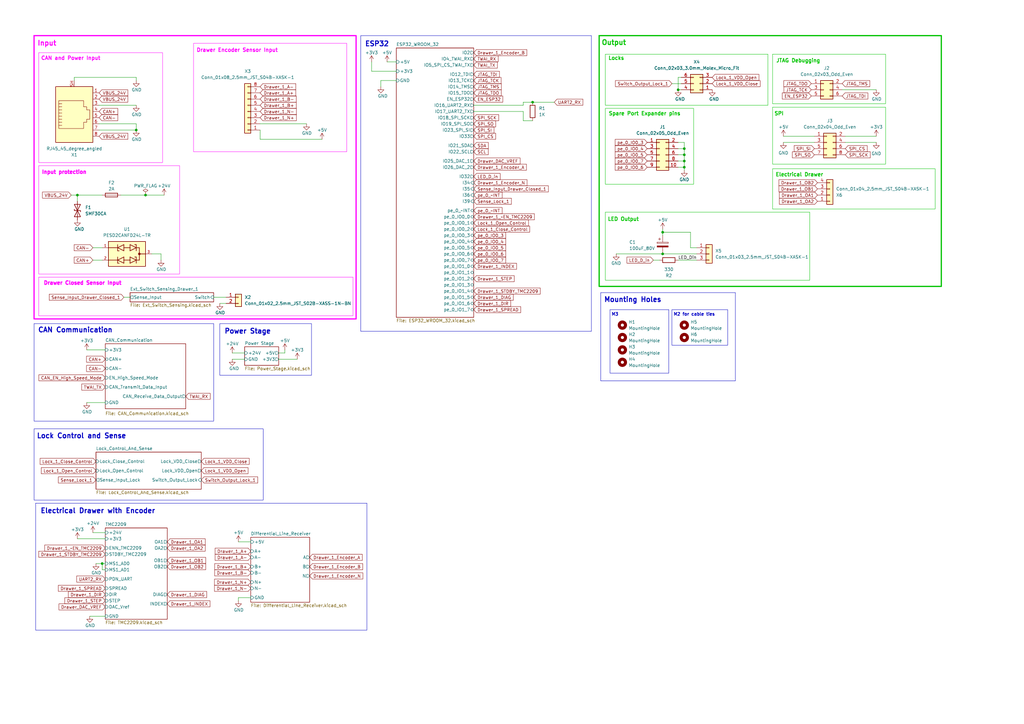
<source format=kicad_sch>
(kicad_sch (version 20231120) (generator "eeschema") (generator_version "8.0")
  (paper "A3")
  (junction (at 280.67 60.96))
  (junction (at 271.78 104.14))
  (junction (at 59.69 80.01))
  (junction (at 280.67 66.04))
  (junction (at 41.91 231.14))
  (junction (at 280.67 63.5))
  (junction (at 280.67 68.58))
  (junction (at 218.44 41.91))
  (junction (at 55.88 53.34))
  (junction (at 278.13 36.83))
  (junction (at 31.75 80.01))
  (junction (at 271.78 95.25))
  (wire (pts (xy 280.67 66.04) (xy 278.13 66.04)))
  (wire (pts (xy 280.67 58.42) (xy 278.13 58.42)))
  (wire (pts (xy 321.31 58.42) (xy 334.01 58.42)))
  (wire (pts (xy 87.63 121.92) (xy 92.71 121.92)))
  (wire (pts (xy 214.63 43.18) (xy 214.63 41.91)))
  (wire (pts (xy 30.48 33.02) (xy 30.48 31.75)))
  (wire (pts (xy 38.1 106.68) (xy 41.91 106.68)))
  (wire (pts (xy 97.79 245.11) (xy 97.79 246.38)))
  (wire (pts (xy 43.18 231.14) (xy 41.91 231.14)))
  (wire (pts (xy 66.04 104.14) (xy 66.04 106.68)))
  (wire (pts (xy 95.25 147.32) (xy 100.33 147.32)))
  (wire (pts (xy 106.68 57.15) (xy 106.68 53.34)))
  (wire (pts (xy 40.64 50.8) (xy 55.88 50.8)))
  (wire (pts (xy 62.23 104.14) (xy 66.04 104.14)))
  (wire (pts (xy 38.1 218.44) (xy 43.18 218.44)))
  (wire (pts (xy 152.4 29.21) (xy 162.56 29.21)))
  (wire (pts (xy 31.75 80.01) (xy 41.91 80.01)))
  (wire (pts (xy 67.31 80.01) (xy 59.69 80.01)))
  (wire (pts (xy 43.18 252.73) (xy 36.83 252.73)))
  (wire (pts (xy 346.71 55.88) (xy 359.41 55.88)))
  (wire (pts (xy 280.67 69.85) (xy 280.67 68.58)))
  (wire (pts (xy 40.64 53.34) (xy 55.88 53.34)))
  (wire (pts (xy 271.78 93.98) (xy 271.78 95.25)))
  (wire (pts (xy 279.4 31.75) (xy 278.13 31.75)))
  (wire (pts (xy 55.88 50.8) (xy 55.88 53.34)))
  (wire (pts (xy 158.75 25.4) (xy 162.56 25.4)))
  (wire (pts (xy 31.75 220.98) (xy 43.18 220.98)))
  (wire (pts (xy 50.8 121.92) (xy 53.34 121.92)))
  (wire (pts (xy 30.48 31.75) (xy 55.88 31.75)))
  (wire (pts (xy 271.78 104.14) (xy 285.75 104.14)))
  (wire (pts (xy 38.1 101.6) (xy 41.91 101.6)))
  (wire (pts (xy 278.13 68.58) (xy 280.67 68.58)))
  (wire (pts (xy 345.44 36.83) (xy 359.41 36.83)))
  (wire (pts (xy 31.75 80.01) (xy 31.75 82.55)))
  (wire (pts (xy 102.87 245.11) (xy 97.79 245.11)))
  (wire (pts (xy 39.37 231.14) (xy 41.91 231.14)))
  (wire (pts (xy 283.21 95.25) (xy 283.21 101.6)))
  (wire (pts (xy 271.78 95.25) (xy 283.21 95.25)))
  (wire (pts (xy 275.59 34.29) (xy 279.4 34.29)))
  (wire (pts (xy 271.78 95.25) (xy 271.78 96.52)))
  (wire (pts (xy 35.56 143.51) (xy 43.18 143.51)))
  (wire (pts (xy 252.73 104.14) (xy 271.78 104.14)))
  (wire (pts (xy 114.3 144.78) (xy 116.84 144.78)))
  (wire (pts (xy 116.84 144.78) (xy 116.84 143.51)))
  (wire (pts (xy 40.64 43.18) (xy 55.88 43.18)))
  (wire (pts (xy 156.21 33.02) (xy 156.21 35.56)))
  (wire (pts (xy 90.17 124.46) (xy 92.71 124.46)))
  (wire (pts (xy 194.31 45.72) (xy 214.63 45.72)))
  (wire (pts (xy 41.91 231.14) (xy 41.91 233.68)))
  (wire (pts (xy 267.97 106.68) (xy 270.51 106.68)))
  (wire (pts (xy 97.79 222.25) (xy 102.87 222.25)))
  (wire (pts (xy 278.13 106.68) (xy 285.75 106.68)))
  (wire (pts (xy 214.63 49.53) (xy 218.44 49.53)))
  (wire (pts (xy 278.13 36.83) (xy 279.4 36.83)))
  (wire (pts (xy 280.67 68.58) (xy 280.67 66.04)))
  (wire (pts (xy 346.71 58.42) (xy 359.41 58.42)))
  (wire (pts (xy 35.56 165.1) (xy 43.18 165.1)))
  (wire (pts (xy 49.53 80.01) (xy 59.69 80.01)))
  (wire (pts (xy 214.63 45.72) (xy 214.63 49.53)))
  (wire (pts (xy 152.4 25.4) (xy 152.4 29.21)))
  (wire (pts (xy 280.67 66.04) (xy 280.67 63.5)))
  (wire (pts (xy 214.63 41.91) (xy 218.44 41.91)))
  (wire (pts (xy 55.88 31.75) (xy 55.88 33.02)))
  (wire (pts (xy 114.3 147.32) (xy 121.92 147.32)))
  (wire (pts (xy 41.91 233.68) (xy 43.18 233.68)))
  (wire (pts (xy 280.67 60.96) (xy 280.67 58.42)))
  (wire (pts (xy 95.25 144.78) (xy 100.33 144.78)))
  (wire (pts (xy 278.13 60.96) (xy 280.67 60.96)))
  (wire (pts (xy 218.44 41.91) (xy 227.33 41.91)))
  (wire (pts (xy 29.21 80.01) (xy 31.75 80.01)))
  (wire (pts (xy 162.56 33.02) (xy 156.21 33.02)))
  (wire (pts (xy 106.68 57.15) (xy 132.08 57.15)))
  (wire (pts (xy 280.67 63.5) (xy 280.67 60.96)))
  (wire (pts (xy 283.21 101.6) (xy 285.75 101.6)))
  (wire (pts (xy 278.13 31.75) (xy 278.13 36.83)))
  (wire (pts (xy 280.67 63.5) (xy 278.13 63.5)))
  (wire (pts (xy 321.31 55.88) (xy 334.01 55.88)))
  (wire (pts (xy 106.68 50.8) (xy 125.73 50.8)))
  (wire (pts (xy 194.31 43.18) (xy 214.63 43.18)))
  (rectangle (start 13.97 14.605) (end 146.05 130.81) (stroke (width 0.5) (color 255 0 255 1)))
  (rectangle (start 248.285 44.45) (end 284.48 75.565) (stroke (width 0) (color 0 194 0 1)))
  (rectangle (start 13.97 175.895) (end 107.95 205.105))
  (rectangle (start 245.745 14.605) (end 386.08 117.475) (stroke (width 0.5) (color 0 194 0 1)))
  (rectangle (start 248.285 86.995) (end 332.105 114.935) (stroke (width 0) (color 0 194 0 1)))
  (rectangle (start 147.955 14.605) (end 242.57 135.89))
  (rectangle (start 15.875 67.945) (end 73.66 112.395) (stroke (width 0) (color 255 0 255 1)))
  (rectangle (start 15.875 21.59) (end 66.675 66.675) (stroke (width 0) (color 255 0 255 1)))
  (rectangle (start 79.375 17.78) (end 142.24 62.23) (stroke (width 0) (color 255 0 255 1)))
  (rectangle (start 250.19 127) (end 274.32 153.035))
  (rectangle (start 316.865 43.942) (end 363.22 67.31) (stroke (width 0) (color 0 194 0 1)))
  (rectangle (start 90.17 132.715) (end 127.762 153.924))
  (rectangle (start 13.97 132.715) (end 87.63 172.72))
  (rectangle (start 246.38 120.015) (end 301.625 156.21))
  (rectangle (start 248.285 22.225) (end 314.96 43.18) (stroke (width 0) (color 0 194 0 1)))
  (rectangle (start 15.875 113.665) (end 144.78 129.54) (stroke (width 0) (color 255 0 255 1)))
  (rectangle (start 316.865 69.215) (end 383.54 85.725) (stroke (width 0) (color 0 194 0 1)))
  (rectangle (start 275.59 127) (end 298.45 141.605))
  (rectangle (start 316.865 22.225) (end 363.22 42.545) (stroke (width 0) (color 0 194 0 1)))
  (rectangle (start 14.605 206.375) (end 150.495 258.445))
  (text "Lock Control and Sense" (at 14.986 180.086 0) (effects (font (size 2 2) (thickness 0.4) (bold yes)) (justify left bottom)))
  (text "Locks" (at 249.428 24.892 0) (effects (font (size 1.5 1.5) (bold yes)) (justify left bottom)))
  (text "Electrical Drawer" (at 318.008 72.644 0) (effects (font (size 1.5 1.5) (bold yes)) (justify left bottom)))
  (text "JTAG Debugging" (at 318.262 25.908 0) (effects (font (size 1.5 1.5) (bold yes)) (justify left bottom)))
  (text "CAN and Power Input" (at 16.764 24.892 0) (effects (font (size 1.5 1.5) (bold yes)) (justify left bottom)))
  (text "Output" (at 246.634 18.796 0) (effects (font (size 2 2) (thickness 0.4) (bold yes)) (justify left bottom)))
  (text "Electrical Drawer with Encoder" (at 16.51 210.82 0) (effects (font (size 2 2) (thickness 0.4) (bold yes)) (justify left bottom)))
  (text "Input\n" (at 15.24 19.05 0) (effects (font (size 2 2) (thickness 0.4) (bold yes)) (justify left bottom)))
  (text "LED Output" (at 249.174 90.932 0) (effects (font (size 1.5 1.5) (bold yes)) (justify left bottom)))
  (text "CAN Communication\n" (at 15.494 136.652 0) (effects (font (size 2 2) (thickness 0.4) (bold yes)) (justify left bottom)))
  (text "Input protection\n" (at 17.018 71.628 0) (effects (font (size 1.5 1.5) (thickness 0.4) (bold yes)) (justify left bottom)))
  (text "ESP32" (at 149.606 19.304 0) (effects (font (size 2 2) (thickness 0.4) (bold yes)) (justify left bottom)))
  (text "Drawer Encoder Sensor Input" (at 80.518 21.59 0) (effects (font (size 1.5 1.5) (bold yes)) (justify left bottom)))
  (text "SPI" (at 317.5 47.625 0) (effects (font (size 1.5 1.5) (bold yes)) (justify left bottom)))
  (text "M3" (at 252.222 129.032 0) (effects (font (size 1.27 1.27) (thickness 0.254) (bold yes))))
  (text "Mounting Holes" (at 247.65 124.206 0) (effects (font (size 2 2) (thickness 0.4) (bold yes)) (justify left bottom)))
  (text "Power Stage" (at 91.948 137.16 0) (effects (font (size 2 2) (thickness 0.4) (bold yes)) (justify left bottom)))
  (text "Spare Port Expander pins" (at 249.555 47.625 0) (effects (font (size 1.5 1.5) (bold yes)) (justify left bottom)))
  (text "M2 for cable ties" (at 284.734 129.032 0) (effects (font (size 1.27 1.27) (thickness 0.254) (bold yes))))
  (text "Drawer Closed Sensor Input" (at 17.78 117.094 0) (effects (font (size 1.5 1.5) (thickness 0.4) (bold yes)) (justify left bottom)))
  (label "LED_Din" (at 278.13 106.68 0))
  (global_label "Drawer_1_Encoder_N" (shape input) (at 127 236.22 0) (property "Intersheetrefs" "${INTERSHEET_REFS}" (effects (hide yes))))
  (global_label "Drawer_1_~EN_TMC2209" (shape input) (at 194.31 88.9 0) (property "Intersheetrefs" "${INTERSHEET_REFS}" (effects (hide yes))))
  (global_label "Drawer_1_B+" (shape input) (at 102.87 232.41 180) (property "Intersheetrefs" "${INTERSHEET_REFS}" (effects (hide yes))))
  (global_label "pe_0_IO0_4" (shape input) (at 265.43 60.96 180) (property "Intersheetrefs" "${INTERSHEET_REFS}" (effects (hide yes))))
  (global_label "JTAG_TCK" (shape input) (at 194.31 33.02 0) (property "Intersheetrefs" "${INTERSHEET_REFS}" (effects (hide yes))))
  (global_label "Drawer_1_B+" (shape input) (at 106.68 43.18 0) (property "Intersheetrefs" "${INTERSHEET_REFS}" (effects (hide yes))))
  (global_label "Drawer_1_Encoder_A" (shape input) (at 194.31 68.58 0) (property "Intersheetrefs" "${INTERSHEET_REFS}" (effects (hide yes))))
  (global_label "EN_ESP32" (shape input) (at 194.31 40.64 0) (property "Intersheetrefs" "${INTERSHEET_REFS}" (effects (hide yes))))
  (global_label "SDA" (shape input) (at 194.31 59.69 0) (property "Intersheetrefs" "${INTERSHEET_REFS}" (effects (hide yes))))
  (global_label "pe_0_IO0_7" (shape input) (at 194.31 106.68 0) (property "Intersheetrefs" "${INTERSHEET_REFS}" (effects (hide yes))))
  (global_label "Drawer_DAC_VREF" (shape input) (at 194.31 66.04 0) (property "Intersheetrefs" "${INTERSHEET_REFS}" (effects (hide yes))))
  (global_label "Drawer_1_INDEX" (shape input) (at 68.58 247.65 0) (property "Intersheetrefs" "${INTERSHEET_REFS}" (effects (hide yes))))
  (global_label "Lock_1_Close_Control" (shape input) (at 39.37 189.23 180) (property "Intersheetrefs" "${INTERSHEET_REFS}" (effects (hide yes))))
  (global_label "Drawer_1_Encoder_N" (shape input) (at 194.31 74.93 0) (property "Intersheetrefs" "${INTERSHEET_REFS}" (effects (hide yes))))
  (global_label "JTAG_TDI" (shape input) (at 345.44 39.37 0) (property "Intersheetrefs" "${INTERSHEET_REFS}" (effects (hide yes))))
  (global_label "Drawer_1_STEP" (shape input) (at 194.31 114.3 0) (property "Intersheetrefs" "${INTERSHEET_REFS}" (effects (hide yes))))
  (global_label "Drawer_1_STDBY_TMC2209" (shape input) (at 194.31 119.38 0) (property "Intersheetrefs" "${INTERSHEET_REFS}" (effects (hide yes))))
  (global_label "Drawer_1_N-" (shape input) (at 106.68 45.72 0) (property "Intersheetrefs" "${INTERSHEET_REFS}" (effects (hide yes))))
  (global_label "pe_0_~INT" (shape input) (at 194.31 86.36 0) (property "Intersheetrefs" "${INTERSHEET_REFS}" (effects (hide yes))))
  (global_label "UART2_RX" (shape input) (at 227.33 41.91 0) (property "Intersheetrefs" "${INTERSHEET_REFS}" (effects (hide yes))))
  (global_label "Drawer_1_N+" (shape input) (at 102.87 238.76 180) (property "Intersheetrefs" "${INTERSHEET_REFS}" (effects (hide yes))))
  (global_label "JTAG_TDO" (shape input) (at 194.31 38.1 0) (property "Intersheetrefs" "${INTERSHEET_REFS}" (effects (hide yes))))
  (global_label "Drawer_1_Encoder_B" (shape input) (at 194.31 21.59 0) (property "Intersheetrefs" "${INTERSHEET_REFS}" (effects (hide yes))))
  (global_label "Lock_1_VDD_Close" (shape input) (at 292.1 34.29 0) (property "Intersheetrefs" "${INTERSHEET_REFS}" (effects (hide yes))))
  (global_label "Lock_1_VDD_Close" (shape input) (at 82.55 189.23 0) (property "Intersheetrefs" "${INTERSHEET_REFS}" (effects (hide yes))))
  (global_label "Lock_1_Open_Control" (shape input) (at 39.37 193.04 180) (property "Intersheetrefs" "${INTERSHEET_REFS}" (effects (hide yes))))
  (global_label "SPI_SI" (shape input) (at 334.01 60.96 180) (property "Intersheetrefs" "${INTERSHEET_REFS}" (effects (hide yes))))
  (global_label "Drawer_1_STEP" (shape input) (at 43.18 246.38 180) (property "Intersheetrefs" "${INTERSHEET_REFS}" (effects (hide yes))))
  (global_label "Drawer_1_OB2" (shape input) (at 68.58 232.41 0) (property "Intersheetrefs" "${INTERSHEET_REFS}" (effects (hide yes))))
  (global_label "SCL" (shape input) (at 194.31 62.23 0) (property "Intersheetrefs" "${INTERSHEET_REFS}" (effects (hide yes))))
  (global_label "CAN-" (shape input) (at 38.1 101.6 180) (property "Intersheetrefs" "${INTERSHEET_REFS}" (effects (hide yes))))
  (global_label "Drawer_1_Encoder_B" (shape input) (at 127 232.41 0) (property "Intersheetrefs" "${INTERSHEET_REFS}" (effects (hide yes))))
  (global_label "Switch_Output_Lock_1" (shape input) (at 82.55 196.85 0) (property "Intersheetrefs" "${INTERSHEET_REFS}" (effects (hide yes))))
  (global_label "Drawer_1_OB1" (shape input) (at 68.58 229.87 0) (property "Intersheetrefs" "${INTERSHEET_REFS}" (effects (hide yes))))
  (global_label "Drawer_1_STDBY_TMC2209" (shape input) (at 43.18 227.33 180) (property "Intersheetrefs" "${INTERSHEET_REFS}" (effects (hide yes))))
  (global_label "Lock_1_VDD_Open" (shape input) (at 82.55 193.04 0) (property "Intersheetrefs" "${INTERSHEET_REFS}" (effects (hide yes))))
  (global_label "pe_0_IO0_6" (shape input) (at 265.43 68.58 180) (property "Intersheetrefs" "${INTERSHEET_REFS}" (effects (hide yes))))
  (global_label "JTAG_TMS" (shape input) (at 194.31 35.56 0) (property "Intersheetrefs" "${INTERSHEET_REFS}" (effects (hide yes))))
  (global_label "Drawer_DAC_VREF" (shape input) (at 43.18 248.92 180) (property "Intersheetrefs" "${INTERSHEET_REFS}" (effects (hide yes))))
  (global_label "VBUS_24V" (shape input) (at 29.21 80.01 180) (property "Intersheetrefs" "${INTERSHEET_REFS}" (effects (hide yes))))
  (global_label "Sense_Input_Drawer_Closed_1" (shape input) (at 50.8 121.92 180) (property "Intersheetrefs" "${INTERSHEET_REFS}" (effects (hide yes))))
  (global_label "Drawer_1_OB2" (shape input) (at 335.28 74.93 180) (property "Intersheetrefs" "${INTERSHEET_REFS}" (effects (hide yes))))
  (global_label "SPI_SO" (shape input) (at 194.31 50.8 0) (property "Intersheetrefs" "${INTERSHEET_REFS}" (effects (hide yes))))
  (global_label "pe_0_IO0_7" (shape input) (at 265.43 66.04 180) (property "Intersheetrefs" "${INTERSHEET_REFS}" (effects (hide yes))))
  (global_label "CAN-" (shape input) (at 40.64 48.26 0) (property "Intersheetrefs" "${INTERSHEET_REFS}" (effects (hide yes))))
  (global_label "Drawer_1_N-" (shape input) (at 102.87 241.3 180) (property "Intersheetrefs" "${INTERSHEET_REFS}" (effects (hide yes))))
  (global_label "Drawer_1_~EN_TMC2209" (shape input) (at 43.18 224.79 180) (property "Intersheetrefs" "${INTERSHEET_REFS}" (effects (hide yes))))
  (global_label "SPI_CS" (shape input) (at 346.71 60.96 0) (property "Intersheetrefs" "${INTERSHEET_REFS}" (effects (hide yes))))
  (global_label "pe_0_~INT" (shape input) (at 194.31 80.01 0) (property "Intersheetrefs" "${INTERSHEET_REFS}" (effects (hide yes))))
  (global_label "Drawer_1_DIAG" (shape input) (at 68.58 243.84 0) (property "Intersheetrefs" "${INTERSHEET_REFS}" (effects (hide yes))))
  (global_label "Drawer_1_A-" (shape input) (at 106.68 35.56 0) (property "Intersheetrefs" "${INTERSHEET_REFS}" (effects (hide yes))))
  (global_label "EN_ESP32" (shape input) (at 332.74 39.37 180) (property "Intersheetrefs" "${INTERSHEET_REFS}" (effects (hide yes))))
  (global_label "JTAG_TCK" (shape input) (at 332.74 36.83 180) (property "Intersheetrefs" "${INTERSHEET_REFS}" (effects (hide yes))))
  (global_label "LED_D_in" (shape input) (at 194.31 72.39 0) (property "Intersheetrefs" "${INTERSHEET_REFS}" (effects (hide yes))))
  (global_label "Drawer_1_OA1" (shape input) (at 68.58 222.25 0) (property "Intersheetrefs" "${INTERSHEET_REFS}" (effects (hide yes))))
  (global_label "VBUS_24V" (shape input) (at 40.64 38.1 0) (property "Intersheetrefs" "${INTERSHEET_REFS}" (effects (hide yes))))
  (global_label "pe_0_IO0_6" (shape input) (at 194.31 104.14 0) (property "Intersheetrefs" "${INTERSHEET_REFS}" (effects (hide yes))))
  (global_label "CAN+" (shape input) (at 38.1 106.68 180) (property "Intersheetrefs" "${INTERSHEET_REFS}" (effects (hide yes))))
  (global_label "TWAI_TX" (shape input) (at 43.18 158.75 180) (property "Intersheetrefs" "${INTERSHEET_REFS}" (effects (hide yes))))
  (global_label "CAN+" (shape input) (at 43.18 147.32 180) (property "Intersheetrefs" "${INTERSHEET_REFS}" (effects (hide yes))))
  (global_label "Drawer_1_DIR" (shape input) (at 194.31 124.46 0) (property "Intersheetrefs" "${INTERSHEET_REFS}" (effects (hide yes))))
  (global_label "pe_0_IO0_5" (shape input) (at 194.31 101.6 0) (property "Intersheetrefs" "${INTERSHEET_REFS}" (effects (hide yes))))
  (global_label "VBUS_24V" (shape input) (at 40.64 55.88 0) (property "Intersheetrefs" "${INTERSHEET_REFS}" (effects (hide yes))))
  (global_label "Drawer_1_A-" (shape input) (at 102.87 228.6 180) (property "Intersheetrefs" "${INTERSHEET_REFS}" (effects (hide yes))))
  (global_label "CAN+" (shape input) (at 40.64 45.72 0) (property "Intersheetrefs" "${INTERSHEET_REFS}" (effects (hide yes))))
  (global_label "JTAG_TDO" (shape input) (at 332.74 34.29 180) (property "Intersheetrefs" "${INTERSHEET_REFS}" (effects (hide yes))))
  (global_label "Sense_Lock_1" (shape input) (at 194.31 82.55 0) (property "Intersheetrefs" "${INTERSHEET_REFS}" (effects (hide yes))))
  (global_label "TWAI_TX" (shape input) (at 194.31 26.67 0) (property "Intersheetrefs" "${INTERSHEET_REFS}" (effects (hide yes))))
  (global_label "Lock_1_Open_Control" (shape input) (at 194.31 91.44 0) (property "Intersheetrefs" "${INTERSHEET_REFS}" (effects (hide yes))))
  (global_label "Lock_1_Close_Control" (shape input) (at 194.31 93.98 0) (property "Intersheetrefs" "${INTERSHEET_REFS}" (effects (hide yes))))
  (global_label "Lock_1_VDD_Open" (shape input) (at 292.1 31.75 0) (property "Intersheetrefs" "${INTERSHEET_REFS}" (effects (hide yes))))
  (global_label "Drawer_1_DIR" (shape input) (at 43.18 243.84 180) (property "Intersheetrefs" "${INTERSHEET_REFS}" (effects (hide yes))))
  (global_label "Drawer_1_Encoder_A" (shape input) (at 127 228.6 0) (property "Intersheetrefs" "${INTERSHEET_REFS}" (effects (hide yes))))
  (global_label "pe_0_IO0_5" (shape input) (at 265.43 63.5 180) (property "Intersheetrefs" "${INTERSHEET_REFS}" (effects (hide yes))))
  (global_label "Sense_Lock_1" (shape input) (at 39.37 196.85 180) (property "Intersheetrefs" "${INTERSHEET_REFS}" (effects (hide yes))))
  (global_label "Drawer_1_OA2" (shape input) (at 335.28 82.55 180) (property "Intersheetrefs" "${INTERSHEET_REFS}" (effects (hide yes))))
  (global_label "Drawer_1_N+" (shape input) (at 106.68 48.26 0) (property "Intersheetrefs" "${INTERSHEET_REFS}" (effects (hide yes))))
  (global_label "Drawer_1_OB1" (shape input) (at 335.28 77.47 180) (property "Intersheetrefs" "${INTERSHEET_REFS}" (effects (hide yes))))
  (global_label "pe_0_IO0_4" (shape input) (at 194.31 99.06 0) (property "Intersheetrefs" "${INTERSHEET_REFS}" (effects (hide yes))))
  (global_label "SPI_SO" (shape input) (at 334.01 63.5 180) (property "Intersheetrefs" "${INTERSHEET_REFS}" (effects (hide yes))))
  (global_label "JTAG_TMS" (shape input) (at 345.44 34.29 0) (property "Intersheetrefs" "${INTERSHEET_REFS}" (effects (hide yes))))
  (global_label "LED_D_in" (shape input) (at 267.97 106.68 180) (property "Intersheetrefs" "${INTERSHEET_REFS}" (effects (hide yes))))
  (global_label "JTAG_TDI" (shape input) (at 194.31 30.48 0) (property "Intersheetrefs" "${INTERSHEET_REFS}" (effects (hide yes))))
  (global_label "SPI_SI" (shape input) (at 194.31 53.34 0) (property "Intersheetrefs" "${INTERSHEET_REFS}" (effects (hide yes))))
  (global_label "Sense_Input_Drawer_Closed_1" (shape input) (at 194.31 77.47 0) (property "Intersheetrefs" "${INTERSHEET_REFS}" (effects (hide yes))))
  (global_label "SPI_CS" (shape input) (at 194.31 55.88 0) (property "Intersheetrefs" "${INTERSHEET_REFS}" (effects (hide yes))))
  (global_label "SPI_SCK" (shape input) (at 346.71 63.5 0) (property "Intersheetrefs" "${INTERSHEET_REFS}" (effects (hide yes))))
  (global_label "Drawer_1_SPREAD" (shape input) (at 194.31 127 0) (property "Intersheetrefs" "${INTERSHEET_REFS}" (effects (hide yes))))
  (global_label "Switch_Output_Lock_1" (shape input) (at 275.59 34.29 180) (property "Intersheetrefs" "${INTERSHEET_REFS}" (effects (hide yes))))
  (global_label "CAN_EN_High_Speed_Mode" (shape input) (at 43.18 154.94 180) (property "Intersheetrefs" "${INTERSHEET_REFS}" (effects (hide yes))))
  (global_label "Drawer_1_B-" (shape input) (at 102.87 234.95 180) (property "Intersheetrefs" "${INTERSHEET_REFS}" (effects (hide yes))))
  (global_label "Drawer_1_B-" (shape input) (at 106.68 40.64 0) (property "Intersheetrefs" "${INTERSHEET_REFS}" (effects (hide yes))))
  (global_label "SPI_SCK" (shape input) (at 194.31 48.26 0) (property "Intersheetrefs" "${INTERSHEET_REFS}" (effects (hide yes))))
  (global_label "TWAI_RX" (shape input) (at 194.31 24.13 0) (property "Intersheetrefs" "${INTERSHEET_REFS}" (effects (hide yes))))
  (global_label "Drawer_1_A+" (shape input) (at 102.87 226.06 180) (property "Intersheetrefs" "${INTERSHEET_REFS}" (effects (hide yes))))
  (global_label "pe_0_IO0_3" (shape input) (at 265.43 58.42 180) (property "Intersheetrefs" "${INTERSHEET_REFS}" (effects (hide yes))))
  (global_label "Drawer_1_DIAG" (shape input) (at 194.31 121.92 0) (property "Intersheetrefs" "${INTERSHEET_REFS}" (effects (hide yes))))
  (global_label "UART2_RX" (shape input) (at 43.18 237.49 180) (property "Intersheetrefs" "${INTERSHEET_REFS}" (effects (hide yes))))
  (global_label "Drawer_1_OA1" (shape input) (at 335.28 80.01 180) (property "Intersheetrefs" "${INTERSHEET_REFS}" (effects (hide yes))))
  (global_label "Drawer_1_SPREAD" (shape input) (at 43.18 241.3 180) (property "Intersheetrefs" "${INTERSHEET_REFS}" (effects (hide yes))))
  (global_label "VBUS_24V" (shape input) (at 40.64 40.64 0) (property "Intersheetrefs" "${INTERSHEET_REFS}" (effects (hide yes))))
  (global_label "pe_0_IO0_3" (shape input) (at 194.31 96.52 0) (property "Intersheetrefs" "${INTERSHEET_REFS}" (effects (hide yes))))
  (global_label "Drawer_1_OA2" (shape input) (at 68.58 224.79 0) (property "Intersheetrefs" "${INTERSHEET_REFS}" (effects (hide yes))))
  (global_label "Drawer_1_INDEX" (shape input) (at 194.31 109.22 0) (property "Intersheetrefs" "${INTERSHEET_REFS}" (effects (hide yes))))
  (global_label "Drawer_1_A+" (shape input) (at 106.68 38.1 0) (property "Intersheetrefs" "${INTERSHEET_REFS}" (effects (hide yes))))
  (global_label "TWAI_RX" (shape input) (at 76.2 162.56 0) (property "Intersheetrefs" "${INTERSHEET_REFS}" (effects (hide yes))))
  (global_label "CAN-" (shape input) (at 43.18 151.13 180) (property "Intersheetrefs" "${INTERSHEET_REFS}" (effects (hide yes))))
  (symbol (lib_id "_Connector_JST:Conn_01x04_2.5mm_JST_S04B-XASK-1") (at 340.36 80.01 0) (mirror x) (unit 1)
    (property "Reference" "X6" (at 342.9 80.0101 0) (effects (justify left)))
    (property "Value" "Conn_01x04_2.5mm_JST_S04B-XASK-1" (at 342.9 77.4701 0) (effects (justify left)))
    (property "Footprint" "Connector_JST:JST_XA_S04B-XASK-1_1x04_P2.50mm_Horizontal" (effects (hide yes)))
    (property "Datasheet" "https://wmsc.lcsc.com/wmsc/upload/file/pdf/v2/lcsc/2304140030_JST-S04B-XASK-1-LF-SN_C265097.pdf" (effects (hide yes)))
    (property "Description" "JST pin header (standard) XA total number of poles 4 Pitch: 2.50mm S04B-XASK-1 (LF)(SN)" (effects (hide yes)))
    (property "MF" "JST" (effects (hide yes)))
    (property "MPN" "S04B-XASK-1(LF)(SN)" (effects (hide yes)))
    (property "OC_CONRAD" "741407 - VQ" (effects (hide yes)))
    (property "OC_LCSC" "C265097" (effects (hide yes)))
    (property "OC_RS" "166-7451" (effects (hide yes)))
  )
  (symbol (lib_id "power:GND") (at 97.79 246.38 0) (unit 1)
    (property "Reference" "#PWR017" (effects (hide yes)))
    (property "Value" "GND" (at 95.885 250.19 0) (effects (justify left)))
  )
  (symbol (lib_id "power:+5V") (at 321.31 55.88 0) (unit 1)
    (property "Reference" "#PWR030" (effects (hide yes)))
    (property "Value" "+5V" (at 321.31 52.07 0))
  )
  (symbol (lib_id "power:PWR_FLAG") (at 59.69 80.01 0) (unit 1)
    (property "Reference" "#FLG01" (effects (hide yes)))
    (property "Value" "PWR_FLAG" (at 59.69 76.2 0))
  )
  (symbol (lib_id "Mechanical:MountingHole") (at 255.27 133.35 0) (unit 1) (in_bom no)
    (property "Reference" "H1" (at 257.81 132.0799 0) (effects (justify left)))
    (property "Value" "MountingHole" (at 257.81 134.6199 0) (effects (justify left)))
    (property "Footprint" "Robast:MountingHole_3.2mm_M3_Pad_Top_Bottom_9.2mm" (effects (hide yes)))
    (property "Description" "Mounting Hole without connection" (effects (hide yes)))
  )
  (symbol (lib_id "_Connector_Molex:Conn_02x03_3.0mm_Molex_Micro_Fit") (at 287.02 34.29 180) (unit 1) (in_bom no)
    (property "Reference" "X4" (at 285.75 25.4 0))
    (property "Value" "Conn_02x03_3.0mm_Molex_Micro_Fit" (at 285.75 27.94 0))
    (property "Footprint" "Connector_Molex:Molex_Micro-Fit_3.0_43045-0600_2x03_P3.00mm_Horizontal" (effects (hide yes)))
    (property "Datasheet" "https://docs.rs-online.com/746f/0900766b813c3a64.pdf" (effects (hide yes)))
    (property "Description" "Molex Micro-Fit 3.0 Leiterplatten-Stiftleiste gewinkelt, 6-polig / 2-reihig, Raster 3.0mm, Kabel-Platine" (effects (hide yes)))
    (property "MF" "Molex" (effects (hide yes)))
    (property "MPN" "43045-0600" (effects (hide yes)))
    (property "OC_RS" "233-2961" (effects (hide yes)))
  )
  (symbol (lib_id "power:GND") (at 156.21 35.56 0) (unit 1)
    (property "Reference" "#PWR023" (effects (hide yes)))
    (property "Value" "GND" (at 154.94 39.37 0) (effects (justify left)))
  )
  (symbol (lib_id "power:GND") (at 55.88 53.34 0) (unit 1)
    (property "Reference" "#PWR010" (effects (hide yes)))
    (property "Value" "GND" (at 53.975 57.15 0) (effects (justify left)))
  )
  (symbol (lib_id "power:+3V3") (at 359.41 55.88 0) (unit 1)
    (property "Reference" "#PWR033" (effects (hide yes)))
    (property "Value" "+3V3" (at 359.41 52.07 0))
  )
  (symbol (lib_id "power:GND") (at 359.41 58.42 0) (unit 1)
    (property "Reference" "#PWR034" (effects (hide yes)))
    (property "Value" "GND" (at 359.41 62.992 0))
  )
  (symbol (lib_id "power:+24V") (at 95.25 144.78 0) (unit 1)
    (property "Reference" "#PWR014" (effects (hide yes)))
    (property "Value" "+24V" (at 95.25 140.97 0))
  )
  (symbol (lib_id "power:GND") (at 125.73 50.8 0) (unit 1)
    (property "Reference" "#PWR020" (effects (hide yes)))
    (property "Value" "GND" (at 123.825 54.61 0) (effects (justify left)))
  )
  (symbol (lib_id "power:+3V3") (at 35.56 143.51 0) (unit 1)
    (property "Reference" "#PWR03" (effects (hide yes)))
    (property "Value" "+3V3" (at 35.56 139.7 0))
  )
  (symbol (lib_id "power:+3V3") (at 152.4 25.4 0) (unit 1)
    (property "Reference" "#PWR022" (effects (hide yes)))
    (property "Value" "+3V3" (at 152.4 21.59 0))
  )
  (symbol (lib_id "power:GND") (at 280.67 69.85 0) (unit 1)
    (property "Reference" "#PWR028" (effects (hide yes)))
    (property "Value" "GND" (at 280.67 73.66 0))
  )
  (symbol (lib_id "power:GND") (at 39.37 231.14 0) (unit 1)
    (property "Reference" "#PWR07" (effects (hide yes)))
    (property "Value" "GND" (at 37.465 234.95 0) (effects (justify left)))
  )
  (symbol (lib_id "_Connector_JST:Conn_01x02_2.5mm_JST_S02B-XASS-1N-BN") (at 97.79 121.92 0) (unit 1)
    (property "Reference" "X2" (at 100.33 121.9199 0) (effects (justify left)))
    (property "Value" "Conn_01x02_2.5mm_JST_S02B-XASS-1N-BN" (at 100.33 124.4599 0) (effects (justify left)))
    (property "Footprint" "Connector_JST:JST_XA_S02B-XASK-1N-BN_1x02_P2.50mm_Horizontal" (effects (hide yes)))
    (property "Datasheet" "https://wmsc.lcsc.com/wmsc/upload/file/pdf/v2/lcsc/1811141531_JST-S02B-XASS-1N-BN-LF-SN_C161669.pdf" (effects (hide yes)))
    (property "Description" "JST pin header (standard) XA total number of poles 2 Pitch: 2.50mm S02B-XASS-1N-BN(LF)(SN)" (effects (hide yes)))
    (property "MF" "JST" (effects (hide yes)))
    (property "MPN" "S02B-XASS-1N-BN(LF)(SN)" (effects (hide yes)))
    (property "OC_LCSC" "C161669" (effects (hide yes)))
    (property "OC_RS" "175-4729" (effects (hide yes)))
  )
  (symbol (lib_id "power:+24V") (at 38.1 218.44 0) (unit 1)
    (property "Reference" "#PWR06" (effects (hide yes)))
    (property "Value" "+24V" (at 38.1 214.63 0))
  )
  (symbol (lib_id "power:+5V") (at 158.75 25.4 0) (unit 1)
    (property "Reference" "#PWR024" (effects (hide yes)))
    (property "Value" "+5V" (at 158.75 21.59 0))
  )
  (symbol (lib_id "power:+5V") (at 132.08 57.15 0) (unit 1)
    (property "Reference" "#PWR021" (effects (hide yes)))
    (property "Value" "+5V" (at 132.08 53.34 0))
  )
  (symbol (lib_id "power:GND") (at 55.88 33.02 0) (unit 1)
    (property "Reference" "#PWR08" (effects (hide yes)))
    (property "Value" "GND" (at 53.975 36.83 0) (effects (justify left)))
  )
  (symbol (lib_id "power:+3V3") (at 31.75 220.98 0) (unit 1)
    (property "Reference" "#PWR02" (effects (hide yes)))
    (property "Value" "+3V3" (at 31.75 217.17 0))
  )
  (symbol (lib_id "power:GND") (at 31.75 90.17 0) (unit 1)
    (property "Reference" "#PWR01" (effects (hide yes)))
    (property "Value" "GND" (at 30.48 93.98 0) (effects (justify left)))
  )
  (symbol (lib_id "Mechanical:MountingHole") (at 255.27 138.43 0) (unit 1) (in_bom no)
    (property "Reference" "H2" (at 257.81 137.1599 0) (effects (justify left)))
    (property "Value" "MountingHole" (at 257.81 139.6999 0) (effects (justify left)))
    (property "Footprint" "Robast:MountingHole_3.2mm_M3_Pad_Top_Bottom_9.2mm" (effects (hide yes)))
    (property "Description" "Mounting Hole without connection" (effects (hide yes)))
  )
  (symbol (lib_id "Connector_Generic:Conn_02x05_Odd_Even") (at 270.51 63.5 0) (unit 1) (in_bom no)
    (property "Reference" "J1" (at 271.78 52.07 0))
    (property "Value" "Conn_02x05_Odd_Even" (at 271.78 54.61 0))
    (property "Footprint" "Connector_PinSocket_2.54mm:PinSocket_2x05_P2.54mm_Vertical" (effects (hide yes)))
    (property "Description" "Generic connector, double row, 02x05, odd/even pin numbering scheme (row 1 odd numbers, row 2 even numbers), script generated (kicad-library-utils/schlib/autogen/connector/)" (effects (hide yes)))
  )
  (symbol (lib_id "power:GND") (at 55.88 43.18 0) (unit 1)
    (property "Reference" "#PWR09" (effects (hide yes)))
    (property "Value" "GND" (at 53.975 46.99 0) (effects (justify left)))
  )
  (symbol (lib_id "Mechanical:MountingHole") (at 280.67 138.43 0) (unit 1) (in_bom no)
    (property "Reference" "H6" (at 283.21 137.1599 0) (effects (justify left)))
    (property "Value" "MountingHole" (at 283.21 139.6999 0) (effects (justify left)))
    (property "Footprint" "MountingHole:MountingHole_2.2mm_M2_DIN965_Pad_TopBottom" (effects (hide yes)))
    (property "Description" "Mounting Hole without connection" (effects (hide yes)))
  )
  (symbol (lib_id "_C_Polarized:100uF_80V") (at 271.78 100.33 0) (unit 1)
    (property "Reference" "C1" (at 258.064 99.314 0) (effects (justify left)))
    (property "Value" "100uF_80V" (at 258.064 101.854 0) (effects (justify left)))
    (property "Footprint" "Capacitor_SMD:CP_Elec_10x10" (effects (hide yes)))
    (property "Datasheet" "https://www.mouser.de/datasheet/2/231/161587245243-2307006.pdf" (effects (hide yes)))
    (property "Description" "Aluminum Electrolytic Capacitor 100uF 80V ±20% SMD,D10xL10mm" (effects (hide yes)))
    (property "MF" "Lelon" (effects (hide yes)))
    (property "MPN" "VZH101M1KTR-1010" (effects (hide yes)))
    (property "OC_LCSC" "C249838" (effects (hide yes)))
    (property "OC_MOUSER" "140-VZH101M1KTR1010 " (effects (hide yes)))
  )
  (symbol (lib_id "power:GND") (at 66.04 106.68 0) (unit 1)
    (property "Reference" "#PWR011" (effects (hide yes)))
    (property "Value" "GND" (at 64.135 110.49 0) (effects (justify left)))
  )
  (symbol (lib_id "power:GND") (at 252.73 104.14 0) (unit 1)
    (property "Reference" "#PWR025" (effects (hide yes)))
    (property "Value" "GND" (at 252.73 107.95 0))
  )
  (symbol (lib_id "power:GND") (at 90.17 124.46 0) (unit 1)
    (property "Reference" "#PWR013" (effects (hide yes)))
    (property "Value" "GND" (at 88.265 128.27 0) (effects (justify left)))
  )
  (symbol (lib_id "power:+5V") (at 97.79 222.25 0) (unit 1)
    (property "Reference" "#PWR016" (effects (hide yes)))
    (property "Value" "+5V" (at 97.79 218.44 0))
  )
  (symbol (lib_id "power:+5V") (at 271.78 93.98 0) (unit 1)
    (property "Reference" "#PWR026" (effects (hide yes)))
    (property "Value" "+5V" (at 271.78 90.17 0))
  )
  (symbol (lib_id "power:GND") (at 278.13 36.83 0) (unit 1)
    (property "Reference" "#PWR027" (effects (hide yes)))
    (property "Value" "GND" (at 276.86 40.64 0) (effects (justify left)))
  )
  (symbol (lib_id "_R_0402:1K") (at 218.44 45.72 0) (unit 1)
    (property "Reference" "R1" (at 220.98 44.4499 0) (effects (justify left)))
    (property "Value" "1K" (at 220.98 46.9899 0) (effects (justify left)))
    (property "Footprint" "Resistor_SMD:R_0402_1005Metric" (effects (hide yes)))
    (property "Description" "Resistor 1K 1% 62.5mW 50V 0402" (effects (hide yes)))
    (property "MF" "UNI-ROYAL" (effects (hide yes)))
    (property "MPN" "0402WGF1001TCE" (effects (hide yes)))
    (property "OC_LCSC" "C11702" (effects (hide yes)))
  )
  (symbol (lib_id "_Diode_TVS:SMF30CA") (at 31.75 86.36 90) (unit 1)
    (property "Reference" "F1" (at 34.925 85.09 90) (effects (justify right)))
    (property "Value" "SMF30CA" (at 34.925 87.63 90) (effects (justify right)))
    (property "Footprint" "Diode_SMD:D_SOD-123F" (effects (hide yes)))
    (property "Datasheet" "https://datasheet.lcsc.com/lcsc/2205231816_Liown-SMF30CA_C2990493.pdf" (effects (hide yes)))
    (property "MF" "Liown" (effects (hide yes)))
    (property "MPN" "SMF30CA" (effects (hide yes)))
    (property "OC_LCSC" "C2990493" (effects (hide yes)))
  )
  (symbol (lib_id "Mechanical:MountingHole") (at 255.27 143.51 0) (unit 1) (in_bom no)
    (property "Reference" "H3" (at 257.81 142.2399 0) (effects (justify left)))
    (property "Value" "MountingHole" (at 257.81 144.7799 0) (effects (justify left)))
    (property "Footprint" "Robast:MountingHole_3.2mm_M3_Pad_Top_Bottom_9.2mm" (effects (hide yes)))
    (property "Description" "Mounting Hole without connection" (effects (hide yes)))
  )
  (symbol (lib_id "power:GND") (at 359.41 36.83 0) (unit 1)
    (property "Reference" "#PWR032" (effects (hide yes)))
    (property "Value" "GND" (at 357.505 40.64 0) (effects (justify left)))
  )
  (symbol (lib_id "power:+24V") (at 67.31 80.01 0) (unit 1)
    (property "Reference" "#PWR012" (effects (hide yes)))
    (property "Value" "+24V" (at 67.31 76.2 0))
  )
  (symbol (lib_id "power:GND") (at 36.83 252.73 0) (unit 1)
    (property "Reference" "#PWR05" (effects (hide yes)))
    (property "Value" "GND" (at 34.925 256.54 0) (effects (justify left)))
  )
  (symbol (lib_id "_Connector:RJ45_45_degree_angled") (at 30.48 45.72 0) (mirror x) (unit 1) (in_bom no)
    (property "Reference" "X1" (at 30.48 63.5 0))
    (property "Value" "RJ45_45_degree_angled" (at 30.48 60.96 0))
    (property "Footprint" "Robast:Wurth_RJ45_45_degree_angled" (effects (hide yes)))
    (property "Datasheet" "https://docs.rs-online.com/8736/0900766b81315c9d.pdf" (effects (hide yes)))
    (property "Description" "RJ45 PCB Connector 45 degree angled" (effects (hide yes)))
    (property "MF" "Wurth Elektronik" (effects (hide yes)))
    (property "MPN" "615008145121" (effects (hide yes)))
    (property "OC_RS" "818-3333" (effects (hide yes)))
  )
  (symbol (lib_id "_Connector_JST:Conn_01x08_2.5mm_JST_S04B-XASK-1") (at 101.6 45.72 180) (unit 1)
    (property "Reference" "X3" (at 101.6 29.21 0))
    (property "Value" "Conn_01x08_2.5mm_JST_S04B-XASK-1" (at 101.6 31.75 0))
    (property "Footprint" "Connector_JST:JST_XA_S08B-XASK-1_1x08_P2.50mm_Horizontal" (effects (hide yes)))
    (property "Datasheet" "https://wmsc.lcsc.com/wmsc/upload/file/pdf/v2/lcsc/2006051707_JST-S08B-XASK-1-LF-SN_C495695.pdf" (effects (hide yes)))
    (property "Description" "JST pin header (standard) XA total number of poles 8 Pitch: 2.50mm S08B-XASK-1 (LF)(SN)" (effects (hide yes)))
    (property "MF" "JST" (effects (hide yes)))
    (property "MPN" "S08B-XASK-1(LF)(SN)" (effects (hide yes)))
    (property "OC_LCSC" "C495695" (effects (hide yes)))
    (property "OC_RS" "602-8290" (effects (hide yes)))
  )
  (symbol (lib_id "Connector_Generic:Conn_02x03_Odd_Even") (at 337.82 36.83 0) (unit 1) (in_bom no)
    (property "Reference" "J2" (at 339.09 27.94 0))
    (property "Value" "Conn_02x03_Odd_Even" (at 339.09 30.48 0))
    (property "Footprint" "Connector_PinSocket_2.54mm:PinSocket_2x03_P2.54mm_Vertical" (effects (hide yes)))
    (property "Description" "Generic connector, double row, 02x03, odd/even pin numbering scheme (row 1 odd numbers, row 2 even numbers), script generated (kicad-library-utils/schlib/autogen/connector/)" (effects (hide yes)))
  )
  (symbol (lib_id "Connector_Generic:Conn_02x04_Odd_Even") (at 339.09 58.42 0) (unit 1) (in_bom no)
    (property "Reference" "J3" (at 340.36 49.53 0))
    (property "Value" "Conn_02x04_Odd_Even" (at 340.36 52.07 0))
    (property "Footprint" "Connector_PinSocket_2.54mm:PinSocket_2x04_P2.54mm_Vertical" (effects (hide yes)))
    (property "Description" "Generic connector, double row, 02x04, odd/even pin numbering scheme (row 1 odd numbers, row 2 even numbers), script generated (kicad-library-utils/schlib/autogen/connector/)" (effects (hide yes)))
  )
  (symbol (lib_id "power:GND") (at 292.1 36.83 0) (unit 1)
    (property "Reference" "#PWR029" (effects (hide yes)))
    (property "Value" "GND" (at 290.83 40.64 0) (effects (justify left)))
  )
  (symbol (lib_id "_R_0402:330") (at 274.32 106.68 270) (mirror x) (unit 1)
    (property "Reference" "R2" (at 274.32 113.03 90))
    (property "Value" "330" (at 274.32 110.49 90))
    (property "Footprint" "Resistor_SMD:R_0402_1005Metric" (effects (hide yes)))
    (property "Description" "Resistor 330 1% 62.5mW 50V 0402" (effects (hide yes)))
    (property "MF" "UNI-ROYAL" (effects (hide yes)))
    (property "MPN" "0402WGF3300TCE" (effects (hide yes)))
    (property "OC_LCSC" "C25104" (effects (hide yes)))
  )
  (symbol (lib_id "_Interface_CAN_LIN:PESD2CANFD24L-TR") (at 52.07 104.14 0) (unit 1)
    (property "Reference" "U1" (at 52.07 93.98 0))
    (property "Value" "PESD2CANFD24L-TR" (at 52.07 96.52 0))
    (property "Footprint" "Robast:SOT23" (effects (hide yes)))
    (property "Datasheet" "https://www.mouser.de/datasheet/2/916/PESD2CANFD24L_T-1892242.pdf" (effects (hide yes)))
    (property "Description" "ESD-Entstörer/TVS-Dioden PESD2CANFD24L-T/SOT23/TO-236AB" (effects (hide yes)))
    (property "MF" "Nexperia" (effects (hide yes)))
    (property "PACKAGE" "TO-236-3 Nexperia USA Inc." (effects (hide yes)))
    (property "PRICE" "None" (effects (hide yes)))
    (property "Package" "None" (effects (hide yes)))
    (property "Check_prices" "https://www.snapeda.com/parts/PESD2CAN215/Nexperia/view-part/?ref=eda" (effects (hide yes)))
    (property "Price" "None" (effects (hide yes)))
    (property "SnapEDA_Link" "https://www.snapeda.com/parts/PESD2CAN215/Nexperia/view-part/?ref=snap" (effects (hide yes)))
    (property "MP" "PESD2CAN215" (effects (hide yes)))
    (property "Availability" "Not in stock" (effects (hide yes)))
    (property "AVAILABILITY" "In Stock" (effects (hide yes)))
    (property "Description_1" "\nDIODE, TVS, CAN, SOT-23; Clamping Voltage Vc Max:41V; Diode Case Style:SOT-23; No. of Pins:3Pins; Operating Voltage:24V; Power Dissipation Pd:-; Product Range:PESD2 Series; Automotive Qualification Standard:-; SVHC:No SVHC (27-Jun-2018); Breakdown Voltage:28V; Breakdown Voltage Max:30.3V; Breakdown Voltage Min:26.2V; Breakdown Voltage Range:26.2V to 30.3V; Breakover Voltage Min:26.2V; Capacitance Cd @ Vr Max:30pF; Capacitance Cd @ Vr Typ:25pF; Clamping Voltage @ 8/20µs Max:41V; Diode Type:Bidirectional TVS; Operating Temperature Max:150°C; Operating Temperature Min:-65°C; Operating Temperature Range:-65°C to +150°C; Peak Pulse Current Ippm:5A; Peak Pulse Power Dissipation:230W; Reverse Stand-Off Voltage Vrwm:24V; SMD Marking:6R; Stand-off Voltage:24V; TVS Polarity:Bidirectional; Termination Type:Surface Mount Device\n" (effects (hide yes)))
    (property "MF_1" "Nexperia" (effects (hide yes)))
    (property "MPN" "PESD2CANFD24L-TR" (effects (hide yes)))
    (property "OC_LCSC" "C3711787" (effects (hide yes)))
  )
  (symbol (lib_id "power:GND") (at 95.25 147.32 0) (unit 1)
    (property "Reference" "#PWR015" (effects (hide yes)))
    (property "Value" "GND" (at 93.98 151.13 0) (effects (justify left)))
  )
  (symbol (lib_id "_Fuse:2A") (at 45.72 80.01 90) (unit 1)
    (property "Reference" "F2" (at 45.72 74.93 90))
    (property "Value" "2A" (at 45.72 77.47 90))
    (property "Footprint" "Robast:Fuse_154_OMNI_BLOK" (effects (hide yes)))
    (property "Datasheet" "https://datasheet.lcsc.com/lcsc/2304140030_Littelfuse-0154002-DRT_C206911.pdf" (effects (hide yes)))
    (property "Description" "SMD Fuse NANO 154 OMNI-BLOK Fuse and Holder Combination" (effects (hide yes)))
    (property "MF" "Littelfuse" (effects (hide yes)))
    (property "MPN" "0154002.DRT" (effects (hide yes)))
    (property "OC_LCSC" "C206911" (effects (hide yes)))
  )
  (symbol (lib_id "power:GND") (at 35.56 165.1 0) (unit 1)
    (property "Reference" "#PWR04" (effects (hide yes)))
    (property "Value" "GND" (at 33.655 168.91 0) (effects (justify left)))
  )
  (symbol (lib_id "power:GND") (at 321.31 58.42 0) (unit 1)
    (property "Reference" "#PWR031" (effects (hide yes)))
    (property "Value" "GND" (at 319.278 62.738 0) (effects (justify left)))
  )
  (symbol (lib_id "Mechanical:MountingHole") (at 280.67 133.35 0) (unit 1) (in_bom no)
    (property "Reference" "H5" (at 283.21 132.0799 0) (effects (justify left)))
    (property "Value" "MountingHole" (at 283.21 134.6199 0) (effects (justify left)))
    (property "Footprint" "MountingHole:MountingHole_2.2mm_M2_DIN965_Pad_TopBottom" (effects (hide yes)))
    (property "Description" "Mounting Hole without connection" (effects (hide yes)))
  )
  (symbol (lib_id "power:+3V3") (at 121.92 147.32 0) (unit 1)
    (property "Reference" "#PWR019" (effects (hide yes)))
    (property "Value" "+3V3" (at 121.92 143.51 0))
  )
  (symbol (lib_id "_Connector_JST:Conn_01x03_2.5mm_JST_S04B-XASK-1") (at 290.83 104.14 0) (unit 1)
    (property "Reference" "X5" (at 293.37 102.8699 0) (effects (justify left)))
    (property "Value" "Conn_01x03_2.5mm_JST_S04B-XASK-1" (at 293.37 105.4099 0) (effects (justify left)))
    (property "Footprint" "Connector_JST:JST_XA_S03B-XASK-1_1x03_P2.50mm_Horizontal" (effects (hide yes)))
    (property "Datasheet" "https://wmsc.lcsc.com/wmsc/upload/file/pdf/v2/lcsc/2402261208_JST-S03B-XASK-1-LF-SN_C491707.pdf" (effects (hide yes)))
    (property "Description" "JST pin header (standard) XA total number of poles 3 Pitch: 2.50mm S03B-XASK-1 (LF)(SN)" (effects (hide yes)))
    (property "MF" "JST" (effects (hide yes)))
    (property "MPN" "S03B-XASK-1(LF)(SN)" (effects (hide yes)))
    (property "OC_LCSC" "C491707" (effects (hide yes)))
    (property "OC_RS" "602-8206" (effects (hide yes)))
  )
  (symbol (lib_id "power:+5V") (at 116.84 143.51 0) (unit 1)
    (property "Reference" "#PWR018" (effects (hide yes)))
    (property "Value" "+5V" (at 116.84 139.7 0))
  )
  (symbol (lib_id "Mechanical:MountingHole") (at 255.27 148.59 0) (unit 1) (in_bom no)
    (property "Reference" "H4" (at 257.81 147.3199 0) (effects (justify left)))
    (property "Value" "MountingHole" (at 257.81 149.8599 0) (effects (justify left)))
    (property "Footprint" "Robast:MountingHole_3.2mm_M3_Pad_Top_Bottom_9.2mm" (effects (hide yes)))
    (property "Description" "Mounting Hole without connection" (effects (hide yes)))
  )
  (sheet (at 102.87 220.345) (size 24.13 26.67) (stroke (width 0.1524))
    (property "Sheetname" "Differential_Line_Receiver" (at 102.87 219.6334 0) (effects (justify left bottom)))
    (property "Sheetfile" "Differential_Line_Receiver.kicad_sch" (at 102.87 247.5996 0) (effects (justify left top)))
    (pin "A+" input (at 102.87 226.06 180))
    (pin "+5V" input (at 102.87 222.25 180))
    (pin "A-" input (at 102.87 228.6 180))
    (pin "B-" input (at 102.87 234.95 180))
    (pin "N+" input (at 102.87 238.76 180))
    (pin "GND" input (at 102.87 245.11 180))
    (pin "N-" input (at 102.87 241.3 180))
    (pin "B+" input (at 102.87 232.41 180))
    (pin "A" output (at 127 228.6 0))
    (pin "B" output (at 127 232.41 0))
    (pin "N" output (at 127 236.22 0))
  )
  (sheet (at 43.18 140.97) (size 33.02 26.67) (stroke (width 0.1524))
    (property "Sheetname" "CAN_Communication" (at 43.18 140.2584 0) (effects (justify left bottom)))
    (property "Sheetfile" "CAN_Communication.kicad_sch" (at 43.18 168.8596 0) (effects (justify left top)))
    (pin "+3V3" input (at 43.18 143.51 180))
    (pin "GND" input (at 43.18 165.1 180))
    (pin "CAN-" bidirectional (at 43.18 151.13 180))
    (pin "CAN+" bidirectional (at 43.18 147.32 180))
    (pin "CAN_Transmit_Data_Input" input (at 43.18 158.75 180))
    (pin "CAN_Receive_Data_Output" output (at 76.2 162.56 0))
    (pin "EN_High_Speed_Mode" input (at 43.18 154.94 180))
  )
  (sheet (at 53.34 120.015) (size 34.29 3.81) (stroke (width 0.1524))
    (property "Sheetname" "Ext_Switch_Sensing_Drawer_1" (at 53.34 119.3034 0) (effects (justify left bottom)))
    (property "Sheetfile" "Ext_Switch_Sensing.kicad_sch" (at 53.34 124.4096 0) (effects (justify left top)))
    (pin "Sense_Input" output (at 53.34 121.92 180))
    (pin "Switch" input (at 87.63 121.92 0))
  )
  (sheet (at 39.37 185.42) (size 43.18 15.24) (stroke (width 0.1524))
    (property "Sheetname" "Lock_Control_And_Sense" (at 39.37 184.7084 0) (effects (justify left bottom)))
    (property "Sheetfile" "Lock_Control_And_Sense.kicad_sch" (at 39.37 201.2446 0) (effects (justify left top)))
    (pin "Lock_Close_Control" input (at 39.37 189.23 180))
    (pin "Sense_Input_Lock" output (at 39.37 196.85 180))
    (pin "Lock_Open_Control" input (at 39.37 193.04 180))
    (pin "Lock_VDD_Close" output (at 82.55 189.23 0))
    (pin "Lock_VDD_Open" output (at 82.55 193.04 0))
    (pin "Switch_Output_Lock" input (at 82.55 196.85 0))
  )
  (sheet (at 100.33 142.24) (size 13.97 7.62) (stroke (width 0.1524))
    (property "Sheetname" "Power Stage" (at 100.33 141.5284 0) (effects (justify left bottom)))
    (property "Sheetfile" "Power_Stage.kicad_sch" (at 100.33 150.4446 0) (effects (justify left top)))
    (pin "+5V" output (at 114.3 144.78 0))
    (pin "+3V3" output (at 114.3 147.32 0))
    (pin "GND" input (at 100.33 147.32 180))
    (pin "+24V" input (at 100.33 144.78 180))
  )
  (sheet (at 43.18 216.535) (size 25.4 37.465) (stroke (width 0.1524))
    (property "Sheetname" "TMC2209" (at 43.18 215.8234 0) (effects (justify left bottom)))
    (property "Sheetfile" "TMC2209.kicad_sch" (at 43.18 254.5846 0) (effects (justify left top)))
    (pin "DAC_Vref" input (at 43.18 248.92 180))
    (pin "STDBY_TMC2209" input (at 43.18 227.33 180))
    (pin "ENN_TMC2209" input (at 43.18 224.79 180))
    (pin "DIR" input (at 43.18 243.84 180))
    (pin "+3V3" input (at 43.18 220.98 180))
    (pin "GND" input (at 43.18 252.73 180))
    (pin "+24V" input (at 43.18 218.44 180))
    (pin "MS1_AD1" input (at 43.18 233.68 180))
    (pin "MS1_AD0" input (at 43.18 231.14 180))
    (pin "PDN_UART" input (at 43.18 237.49 180))
    (pin "SPREAD" input (at 43.18 241.3 180))
    (pin "STEP" input (at 43.18 246.38 180))
    (pin "OA1" output (at 68.58 222.25 0))
    (pin "OB2" output (at 68.58 232.41 0))
    (pin "INDEX" output (at 68.58 247.65 0))
    (pin "OB1" output (at 68.58 229.87 0))
    (pin "DIAG" output (at 68.58 243.84 0))
    (pin "OA2" output (at 68.58 224.79 0))
  )
  (sheet (at 162.56 19.685) (size 31.75 110.49) (stroke (width 0.1524))
    (property "Sheetname" "ESP32_WROOM_32" (at 162.56 18.9734 0) (effects (justify left bottom)))
    (property "Sheetfile" "ESP32_WROOM_32.kicad_sch" (at 162.56 130.7596 0) (effects (justify left top)))
    (pin "+5V" input (at 162.56 25.4 180))
    (pin "+3V3" input (at 162.56 29.21 180))
    (pin "GND" input (at 162.56 33.02 180))
    (pin "I36" input (at 194.31 80.01 0))
    (pin "IO33" output (at 194.31 55.88 0))
    (pin "IO32" output (at 194.31 72.39 0))
    (pin "I34" input (at 194.31 74.93 0))
    (pin "I35" input (at 194.31 77.47 0))
    (pin "IO2" output (at 194.31 21.59 0))
    (pin "IO12_TDI" output (at 194.31 30.48 0))
    (pin "IO4_TWAI_RX" output (at 194.31 24.13 0))
    (pin "IO13_TCK" output (at 194.31 33.02 0))
    (pin "IO16_UART2_RX" output (at 194.31 43.18 0))
    (pin "IO5_SPI_CS_TWAI_TX" output (at 194.31 26.67 0))
    (pin "IO15_TDO" output (at 194.31 38.1 0))
    (pin "EN_ESP32" output (at 194.31 40.64 0))
    (pin "IO14_TMS" output (at 194.31 35.56 0))
    (pin "IO26_DAC_2" output (at 194.31 68.58 0))
    (pin "IO17_UART2_TX" output (at 194.31 45.72 0))
    (pin "IO19_SPI_SO" output (at 194.31 50.8 0))
    (pin "IO25_DAC_1" output (at 194.31 66.04 0))
    (pin "IO23_SPI_SI" output (at 194.31 53.34 0))
    (pin "IO18_SPI_SCK" output (at 194.31 48.26 0))
    (pin "IO21_SDA" output (at 194.31 59.69 0))
    (pin "IO22_SCL" output (at 194.31 62.23 0))
    (pin "pe_0_~INT" bidirectional (at 194.31 86.36 0))
    (pin "pe_0_IO1_2" bidirectional (at 194.31 114.3 0))
    (pin "pe_0_IO1_3" bidirectional (at 194.31 116.84 0))
    (pin "pe_0_IO1_5" bidirectional (at 194.31 121.92 0))
    (pin "pe_0_IO1_4" bidirectional (at 194.31 119.38 0))
    (pin "pe_0_IO1_6" bidirectional (at 194.31 124.46 0))
    (pin "pe_0_IO1_7" bidirectional (at 194.31 127 0))
    (pin "pe_0_IO1_1" bidirectional (at 194.31 111.76 0))
    (pin "pe_0_IO0_6" bidirectional (at 194.31 104.14 0))
    (pin "pe_0_IO1_0" bidirectional (at 194.31 109.22 0))
    (pin "pe_0_IO0_7" bidirectional (at 194.31 106.68 0))
    (pin "pe_0_IO0_3" bidirectional (at 194.31 96.52 0))
    (pin "pe_0_IO0_4" bidirectional (at 194.31 99.06 0))
    (pin "pe_0_IO0_5" bidirectional (at 194.31 101.6 0))
    (pin "pe_0_IO0_2" bidirectional (at 194.31 93.98 0))
    (pin "pe_0_IO0_1" bidirectional (at 194.31 91.44 0))
    (pin "pe_0_IO0_0" bidirectional (at 194.31 88.9 0))
    (pin "I39" input (at 194.31 82.55 0))
  )
)
</source>
